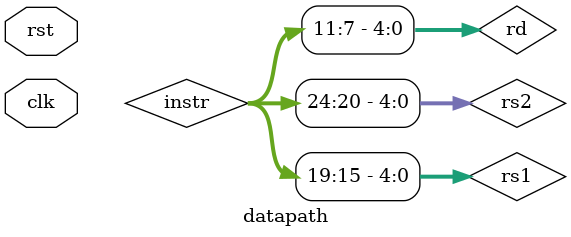
<source format=v>
module datapath(clk, rst);
  input wire clk, rst;

  wire [31:0] pc, prox_pc;
  wire [31:0] instr;
  wire alu_src, mem_to_reg, reg_write, mem_read, mem_write, branch;
  wire [1:0] alu_op;
  wire [4:0] rs1 = instr[19:15];
  wire [4:0] rs2 = instr[24:20];
  wire [4:0] rd = instr[11:7];
  wire [31:0] r1, r2;
  wire [31:0] imm;
  wire [31:0] b_entrada;
  wire [31:0] alu_res;
  wire zero;
  wire [3:0] cod_ula;
  wire [31:0] dado_mem;
  wire [31:0] dado_reg;
  wire [31:0] pc_mais4, pc_alvo;

  reg_pc u_pc(prox_pc, clk, rst, pc);
  rom_instr u_instr(pc[9:2], instr);
  unidade_controle u_ctrl(instr[6:0], alu_src, mem_to_reg, reg_write, mem_read, mem_write, branch, alu_op);
  registrador_geral u_regs(clk, rs1, rs2, rd, reg_write, dado_reg, r1, r2);
  extensor_imediato u_imm(instr, imm);
  controlador_ula u_ula_ctrl(instr[31:25], instr[14:12], alu_op, cod_ula);
  unidade_ula u_ula(r1, b_entrada, cod_ula, alu_res, zero);
  ram_dados u_dados(alu_res, clk, r2, mem_write, mem_read, dado_mem);

  assign b_entrada = alu_src ? imm : r2;
  assign dado_reg = mem_to_reg ? dado_mem : alu_res;
  assign pc_mais4 = pc + 4;
  assign pc_alvo  = pc + imm;
  assign prox_pc  = (branch && zero) ? pc_alvo : pc_mais4;
endmodule

</source>
